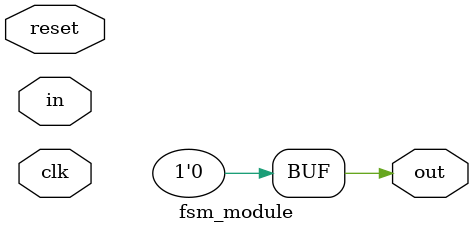
<source format=v>
module fsm_module(clk, reset, in, out);
parameter zero=2'b00, one1=2'b01, two1s=2'b01; //modified encoding for two1s state
output reg out;
input clk, reset, in;
reg [1:0] current_state, next_state;
// Implement the state register
always @(posedge clk or posedge reset) begin
	if (reset)
		current_state <= zero;
	else
		current_state <= next_state;
	end
always @(current_state or in) begin
	case (current_state)
		zero: begin //last input was a zero out = 0;
			if (in)
				next_state=one1;
			else
				next_state=zero;
			end
		one1: begin //we've seen one 1 out = 0;
			if (in)
				next_state=two1s;
			else
				next_state=zero;
			end
		two1s: begin //we've seen at least 2 ones out = 1;
			if (in)
				next_state=two1s;
			else
				next_state=zero;
			end
		default: //in case we reach a bad state out = 0;
		next_state=zero;
	endcase
end
// output logic
always @(current_state) begin
	case (current_state)
		zero: out <= 1'b0;
		one1: out <= 1'b0;
		two1s: out <= 1'b1;
		default : out <= 1'b0;
	endcase
end
endmodule
</source>
